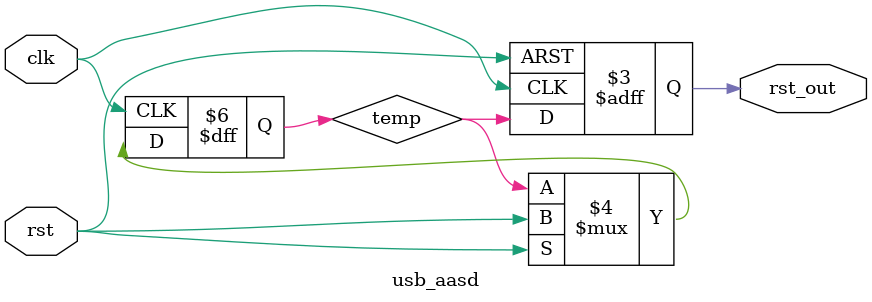
<source format=v>
`timescale 1ns/100ps
module usb_aasd(
    input rst,clk,
    output reg rst_out
    );

    reg temp;

    always@(posedge clk or negedge rst) begin
        if(!rst) begin
            rst_out <=1'b0;
        end
        else begin
            temp <=rst;
            rst_out <= temp;
        end
    end
endmodule



</source>
